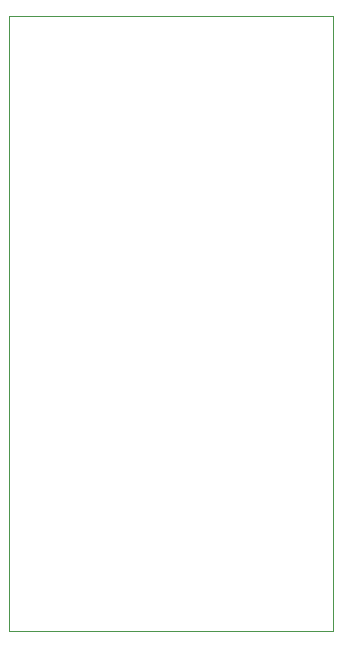
<source format=gbr>
G04 #@! TF.GenerationSoftware,KiCad,Pcbnew,(5.1.5-0)*
G04 #@! TF.CreationDate,2019-12-08T13:08:37-08:00*
G04 #@! TF.ProjectId,cisco_hwic_dev_board,63697363-6f5f-4687-9769-635f6465765f,rev?*
G04 #@! TF.SameCoordinates,Original*
G04 #@! TF.FileFunction,Profile,NP*
%FSLAX46Y46*%
G04 Gerber Fmt 4.6, Leading zero omitted, Abs format (unit mm)*
G04 Created by KiCad (PCBNEW (5.1.5-0)) date 2019-12-08 13:08:37*
%MOMM*%
%LPD*%
G04 APERTURE LIST*
%ADD10C,0.100000*%
G04 APERTURE END LIST*
D10*
X-528828000Y586740000D02*
X-528828000Y534670000D01*
X-556260000Y586740000D02*
X-528828000Y586740000D01*
X-556260000Y534670000D02*
X-556260000Y586740000D01*
X-528828000Y534670000D02*
X-556260000Y534670000D01*
M02*

</source>
